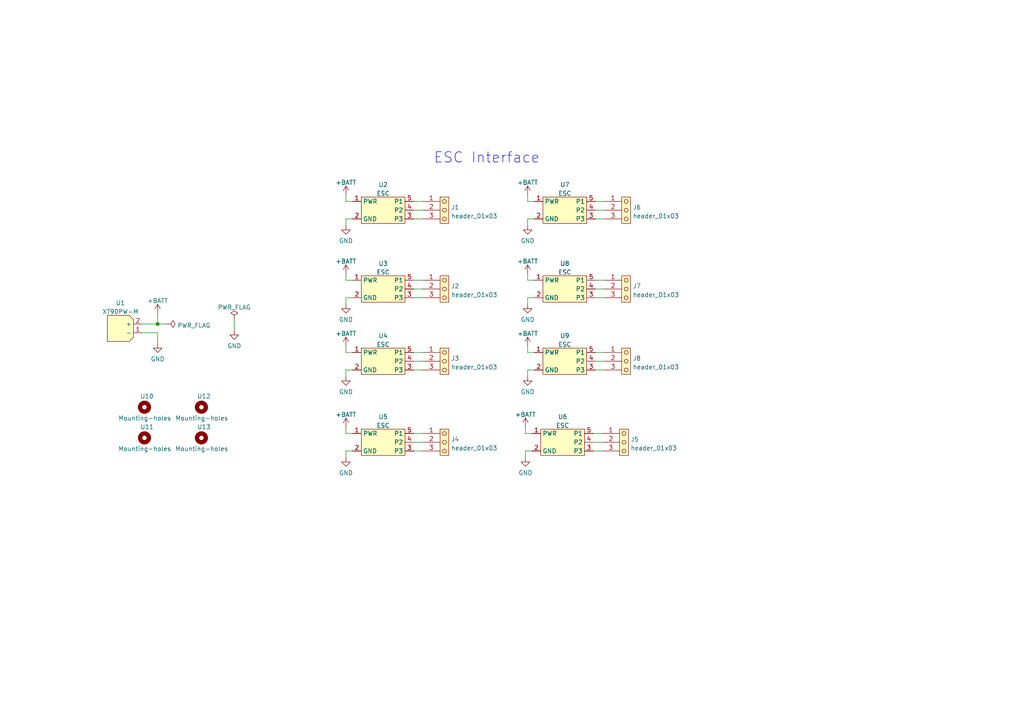
<source format=kicad_sch>
(kicad_sch (version 20211123) (generator eeschema)
  (paper "A4")
  (title_block (title "Onyx Unified ESC board") (date "2023-02-26") (rev "1.1") (company "Team Inspiration"))
  (lib_symbols
    (symbol "0.power-symbols:+BATT" (power) (pin_names (offset 0))
      (property "Value" "+BATT" (at 0 3.556 0))
      (symbol "+BATT_0_1"
        (polyline (pts (xy -0.762 1.27) (xy 0 2.54)))
        (polyline (pts (xy 0 0) (xy 0 2.54)))
        (polyline (pts (xy 0 2.54) (xy 0.762 1.27)))
      )
      (symbol "+BATT_1_1"
        (pin power_in line (at 0 0 90) (length 0) hide (name "+BATT") (number "1"))
      )
    )
    (symbol "0.power-symbols:GND" (power) (pin_names (offset 0))
      (property "Value" "GND" (at 0 -3.81 0))
      (symbol "GND_0_1"
        (polyline (pts (xy 0 0) (xy 0 -1.27) (xy 1.27 -1.27) (xy 0 -2.54) (xy -1.27 -1.27) (xy 0 -1.27)))
      )
      (symbol "GND_1_1"
        (pin power_in line (at 0 0 270) (length 0) hide (name "GND") (number "1"))
      )
    )
    (symbol "0.power-symbols:PWR_FLAG" (power) (pin_numbers hide) (pin_names (offset 0) hide)
      (property "Value" "PWR_FLAG" (at 0 3.81 0))
      (symbol "PWR_FLAG_0_0"
        (pin power_out line (at 0 0 90) (length 0) (name "pwr") (number "1"))
      )
      (symbol "PWR_FLAG_0_1"
        (polyline (pts (xy 0 0) (xy 0 1.27) (xy -1.016 1.905) (xy 0 2.54) (xy 1.016 1.905) (xy 0 1.27)))
      )
    )
    (symbol "1.semi.embedded:ESC"
      (property "Reference" "U" (at 0 3.81 0))
      (property "Value" "ESC" (at 0 1.27 0))
      (symbol "ESC_0_1"
        (rectangle (start -6.35 0) (end 6.35 -7.62) (fill (type background)))
      )
      (symbol "ESC_1_1"
        (pin power_in line (at -8.89 -1.27 0) (length 2.54) (name "PWR") (number "1"))
        (pin power_in line (at -8.89 -6.35 0) (length 2.54) (name "GND") (number "2"))
        (pin power_out line (at 8.89 -6.35 180) (length 2.54) (name "P3") (number "3"))
        (pin power_out line (at 8.89 -3.81 180) (length 2.54) (name "P2") (number "4"))
        (pin power_out line (at 8.89 -1.27 180) (length 2.54) (name "P1") (number "5"))
      )
    )
    (symbol "5.connector.interconnect:Mounting-holes"
      (property "Reference" "U" (at 0 5.08 0))
      (property "Value" "Mounting-holes" (at 0 3.81 0))
      (symbol "Mounting-holes_0_1"
        (circle (center 0 0) (radius 1.27) (stroke (width 1.27)))
      )
      (symbol "Mounting-holes_1_1"
        (pin no_connect line (at 2.54 0 180) (length 2.54) hide (name "") (number "1"))
      )
    )
    (symbol "5.connector.interconnect:XT90PW-M"
      (property "Reference" "U" (at 0 3.81 0))
      (property "Value" "XT90PW-M" (at 0 1.27 0))
      (symbol "XT90PW-M_0_1"
        (polyline (pts (xy 0 0) (xy 1.27 -1.27) (xy 1.27 -6.35) (xy 0 -7.62) (xy -6.35 -7.62) (xy -6.35 0) (xy 0 0)) (fill (type background)))
      )
      (symbol "XT90PW-M_1_1"
        (pin passive line (at 3.81 -5.08 180) (length 2.54) (name "-") (number "1"))
        (pin passive line (at 3.81 -2.54 180) (length 2.54) (name "+") (number "2"))
      )
    )
    (symbol "5.connector.interconnect:header_01x03" (pin_names (offset 1.016))
      (property "Reference" "J" (at 0 5.08 0))
      (property "Value" "header_01x03" (at 0 -5.08 0))
      (symbol "header_01x03_0_1"
        (circle (center 0 -2.54) (radius 0.5588))
        (circle (center 0 0) (radius 0.5588))
        (circle (center 0 2.54) (radius 0.5588))
        (rectangle (start 1.27 -3.81) (end -1.27 3.81) (fill (type background)))
      )
      (symbol "header_01x03_1_1"
        (pin passive line (at -6.35 2.54 0) (length 5.08) (name "~") (number "1"))
        (pin passive line (at -6.35 0 0) (length 5.08) (name "~") (number "2"))
        (pin passive line (at -6.35 -2.54 0) (length 5.08) (name "~") (number "3"))
      )
    )
  )
  (junction (at 45.72 93.98))
  (wire (pts (xy 120.015 63.5) (xy 122.555 63.5)))
  (wire (pts (xy 45.72 90.805) (xy 45.72 93.98)))
  (wire (pts (xy 45.72 96.52) (xy 41.275 96.52)))
  (wire (pts (xy 120.015 128.27) (xy 122.555 128.27)))
  (wire (pts (xy 153.035 56.515) (xy 153.035 58.42)))
  (wire (pts (xy 153.035 109.22) (xy 153.035 107.315)))
  (wire (pts (xy 153.035 81.28) (xy 154.94 81.28)))
  (wire (pts (xy 45.72 99.695) (xy 45.72 96.52)))
  (wire (pts (xy 100.33 79.375) (xy 100.33 81.28)))
  (wire (pts (xy 100.33 86.36) (xy 102.235 86.36)))
  (wire (pts (xy 100.33 125.73) (xy 102.235 125.73)))
  (wire (pts (xy 100.33 100.33) (xy 100.33 102.235)))
  (wire (pts (xy 100.33 81.28) (xy 102.235 81.28)))
  (wire (pts (xy 100.33 109.22) (xy 100.33 107.315)))
  (wire (pts (xy 172.72 83.82) (xy 175.26 83.82)))
  (wire (pts (xy 120.015 60.96) (xy 122.555 60.96)))
  (wire (pts (xy 120.015 58.42) (xy 122.555 58.42)))
  (wire (pts (xy 153.035 107.315) (xy 154.94 107.315)))
  (wire (pts (xy 172.72 63.5) (xy 175.26 63.5)))
  (wire (pts (xy 120.015 104.775) (xy 122.555 104.775)))
  (wire (pts (xy 152.4 125.73) (xy 154.305 125.73)))
  (wire (pts (xy 100.33 58.42) (xy 102.235 58.42)))
  (wire (pts (xy 100.33 65.405) (xy 100.33 63.5)))
  (wire (pts (xy 100.33 123.825) (xy 100.33 125.73)))
  (wire (pts (xy 120.015 83.82) (xy 122.555 83.82)))
  (wire (pts (xy 100.33 130.81) (xy 102.235 130.81)))
  (wire (pts (xy 172.72 58.42) (xy 175.26 58.42)))
  (wire (pts (xy 120.015 130.81) (xy 122.555 130.81)))
  (wire (pts (xy 172.72 104.775) (xy 175.26 104.775)))
  (wire (pts (xy 172.085 130.81) (xy 174.625 130.81)))
  (wire (pts (xy 100.33 107.315) (xy 102.235 107.315)))
  (wire (pts (xy 153.035 88.265) (xy 153.035 86.36)))
  (wire (pts (xy 153.035 102.235) (xy 154.94 102.235)))
  (wire (pts (xy 153.035 79.375) (xy 153.035 81.28)))
  (wire (pts (xy 172.72 81.28) (xy 175.26 81.28)))
  (wire (pts (xy 172.72 107.315) (xy 175.26 107.315)))
  (wire (pts (xy 120.015 125.73) (xy 122.555 125.73)))
  (wire (pts (xy 120.015 86.36) (xy 122.555 86.36)))
  (wire (pts (xy 100.33 88.265) (xy 100.33 86.36)))
  (wire (pts (xy 120.015 81.28) (xy 122.555 81.28)))
  (wire (pts (xy 172.085 128.27) (xy 174.625 128.27)))
  (wire (pts (xy 100.33 102.235) (xy 102.235 102.235)))
  (wire (pts (xy 120.015 102.235) (xy 122.555 102.235)))
  (wire (pts (xy 152.4 132.715) (xy 152.4 130.81)))
  (wire (pts (xy 172.085 125.73) (xy 174.625 125.73)))
  (wire (pts (xy 45.72 93.98) (xy 48.26 93.98)))
  (wire (pts (xy 172.72 60.96) (xy 175.26 60.96)))
  (wire (pts (xy 153.035 65.405) (xy 153.035 63.5)))
  (wire (pts (xy 153.035 86.36) (xy 154.94 86.36)))
  (wire (pts (xy 120.015 107.315) (xy 122.555 107.315)))
  (wire (pts (xy 172.72 86.36) (xy 175.26 86.36)))
  (wire (pts (xy 153.035 63.5) (xy 154.94 63.5)))
  (wire (pts (xy 172.72 102.235) (xy 175.26 102.235)))
  (wire (pts (xy 153.035 100.33) (xy 153.035 102.235)))
  (wire (pts (xy 152.4 123.825) (xy 152.4 125.73)))
  (wire (pts (xy 153.035 58.42) (xy 154.94 58.42)))
  (wire (pts (xy 100.33 63.5) (xy 102.235 63.5)))
  (wire (pts (xy 100.33 132.715) (xy 100.33 130.81)))
  (wire (pts (xy 152.4 130.81) (xy 154.305 130.81)))
  (wire (pts (xy 45.72 93.98) (xy 41.275 93.98)))
  (wire (pts (xy 67.945 92.71) (xy 67.945 95.885)))
  (wire (pts (xy 100.33 56.515) (xy 100.33 58.42)))
  (text "ESC Interface" (at 125.73 47.625 0) (effects (font (size 3 3)) (justify left bottom)))
  (symbol (lib_id "5.connector.interconnect:Mounting-holes") (at 41.91 127 0) (unit 1)
    (property "Reference" "U11" (at 40.64 123.825 0) (effects (justify left)))
    (property "Value" "Mounting-holes" (at 34.29 130.175 0) (effects (justify left)))
    (property "Footprint" "0_misc:plated_hole_3.0x3.6mm" (effects hide))
  )
  (symbol (lib_id "0.power-symbols:+BATT") (at 100.33 100.33 0) (unit 1)
    (property "Reference" "#PWR07" (effects hide))
    (property "Value" "+BATT" (at 100.33 96.7542 0))
  )
  (symbol (lib_id "5.connector.interconnect:header_01x03") (at 180.975 128.27 0) (unit 1)
    (property "Reference" "J5" (at 182.88 127.4353 0) (effects (justify left)))
    (property "Value" "header_01x03" (at 182.88 129.9722 0) (effects (justify left)))
    (property "Footprint" "5_Connectors_Molex:MegaF_RAH_Single_3x5.7mm" (effects hide))
  )
  (symbol (lib_id "0.power-symbols:GND") (at 152.4 132.715 0) (unit 1)
    (property "Reference" "#PWR012" (effects hide))
    (property "Value" "GND" (at 152.4 137.1584 0))
  )
  (symbol (lib_id "1.semi.embedded:ESC") (at 111.125 80.01 0) (unit 1)
    (property "Reference" "U3" (at 111.125 76.4372 0))
    (property "Value" "ESC" (at 111.125 78.9741 0))
    (property "Footprint" "hot_swap_footprints:esc" (effects hide))
  )
  (symbol (lib_id "1.semi.embedded:ESC") (at 111.125 100.965 0) (unit 1)
    (property "Reference" "U4" (at 111.125 97.3922 0))
    (property "Value" "ESC" (at 111.125 99.9291 0))
    (property "Footprint" "hot_swap_footprints:esc" (effects hide))
  )
  (symbol (lib_id "1.semi.embedded:ESC") (at 163.195 124.46 0) (unit 1)
    (property "Reference" "U6" (at 163.195 120.8872 0))
    (property "Value" "ESC" (at 163.195 123.4241 0))
    (property "Footprint" "hot_swap_footprints:esc" (effects hide))
  )
  (symbol (lib_id "0.power-symbols:GND") (at 100.33 132.715 0) (unit 1)
    (property "Reference" "#PWR010" (effects hide))
    (property "Value" "GND" (at 100.33 137.1584 0))
  )
  (symbol (lib_id "5.connector.interconnect:Mounting-holes") (at 58.42 127 0) (unit 1)
    (property "Reference" "U13" (at 57.15 123.825 0) (effects (justify left)))
    (property "Value" "Mounting-holes" (at 50.8 130.175 0) (effects (justify left)))
    (property "Footprint" "0_misc:plated_hole_3.0x3.6mm" (effects hide))
  )
  (symbol (lib_id "5.connector.interconnect:header_01x03") (at 128.905 60.96 0) (unit 1)
    (property "Reference" "J1" (at 130.81 60.1253 0) (effects (justify left)))
    (property "Value" "header_01x03" (at 130.81 62.6622 0) (effects (justify left)))
    (property "Footprint" "5_Connectors_Molex:MegaF_RAH_Single_3x5.7mm" (effects hide))
  )
  (symbol (lib_id "0.power-symbols:+BATT") (at 100.33 79.375 0) (unit 1)
    (property "Reference" "#PWR05" (effects hide))
    (property "Value" "+BATT" (at 100.33 75.7992 0))
  )
  (symbol (lib_id "0.power-symbols:PWR_FLAG") (at 48.26 93.98 270) (unit 1)
    (property "Reference" "#FLG02" (effects hide))
    (property "Value" "PWR_FLAG" (at 51.435 94.4138 90) (effects (justify left)))
  )
  (symbol (lib_id "0.power-symbols:+BATT") (at 100.33 123.825 0) (unit 1)
    (property "Reference" "#PWR09" (effects hide))
    (property "Value" "+BATT" (at 100.33 120.2492 0))
  )
  (symbol (lib_id "1.semi.embedded:ESC") (at 163.83 80.01 0) (unit 1)
    (property "Reference" "U8" (at 163.83 76.4372 0))
    (property "Value" "ESC" (at 163.83 78.9741 0))
    (property "Footprint" "hot_swap_footprints:esc" (effects hide))
  )
  (symbol (lib_id "5.connector.interconnect:Mounting-holes") (at 58.42 118.11 0) (unit 1)
    (property "Reference" "U12" (at 57.15 114.935 0) (effects (justify left)))
    (property "Value" "Mounting-holes" (at 50.8 121.285 0) (effects (justify left)))
    (property "Footprint" "0_misc:plated_hole_3.0x3.6mm" (effects hide))
  )
  (symbol (lib_id "0.power-symbols:+BATT") (at 100.33 56.515 0) (unit 1)
    (property "Reference" "#PWR03" (effects hide))
    (property "Value" "+BATT" (at 100.33 52.9392 0))
  )
  (symbol (lib_id "0.power-symbols:GND") (at 100.33 65.405 0) (unit 1)
    (property "Reference" "#PWR04" (effects hide))
    (property "Value" "GND" (at 100.33 69.8484 0))
  )
  (symbol (lib_id "5.connector.interconnect:XT90PW-M") (at 37.465 91.44 0) (unit 1)
    (property "Reference" "U1" (at 34.925 87.8672 0))
    (property "Value" "XT90PW-M" (at 34.925 90.4041 0))
    (property "Footprint" "5_Connectors_AMASS:AMASS_XT90PW-M_Horizontal" (effects hide))
  )
  (symbol (lib_id "0.power-symbols:GND") (at 100.33 88.265 0) (unit 1)
    (property "Reference" "#PWR06" (effects hide))
    (property "Value" "GND" (at 100.33 92.7084 0))
  )
  (symbol (lib_id "0.power-symbols:+BATT") (at 152.4 123.825 0) (unit 1)
    (property "Reference" "#PWR011" (effects hide))
    (property "Value" "+BATT" (at 152.4 120.2492 0))
  )
  (symbol (lib_id "5.connector.interconnect:header_01x03") (at 181.61 60.96 0) (unit 1)
    (property "Reference" "J6" (at 183.515 60.1253 0) (effects (justify left)))
    (property "Value" "header_01x03" (at 183.515 62.6622 0) (effects (justify left)))
    (property "Footprint" "5_Connectors_Molex:MegaF_RAH_Single_3x5.7mm" (effects hide))
  )
  (symbol (lib_id "1.semi.embedded:ESC") (at 163.83 100.965 0) (unit 1)
    (property "Reference" "U9" (at 163.83 97.3922 0))
    (property "Value" "ESC" (at 163.83 99.9291 0))
    (property "Footprint" "hot_swap_footprints:esc" (effects hide))
  )
  (symbol (lib_id "0.power-symbols:GND") (at 67.945 95.885 0) (unit 1)
    (property "Reference" "#PWR019" (effects hide))
    (property "Value" "GND" (at 67.945 100.3284 0))
  )
  (symbol (lib_id "5.connector.interconnect:header_01x03") (at 128.905 104.775 0) (unit 1)
    (property "Reference" "J3" (at 130.81 103.9403 0) (effects (justify left)))
    (property "Value" "header_01x03" (at 130.81 106.4772 0) (effects (justify left)))
    (property "Footprint" "5_Connectors_Molex:MegaF_RAH_Single_3x5.7mm" (effects hide))
  )
  (symbol (lib_id "1.semi.embedded:ESC") (at 111.125 57.15 0) (unit 1)
    (property "Reference" "U2" (at 111.125 53.5772 0))
    (property "Value" "ESC" (at 111.125 56.1141 0))
    (property "Footprint" "hot_swap_footprints:esc" (effects hide))
  )
  (symbol (lib_id "5.connector.interconnect:header_01x03") (at 181.61 83.82 0) (unit 1)
    (property "Reference" "J7" (at 183.515 82.9853 0) (effects (justify left)))
    (property "Value" "header_01x03" (at 183.515 85.5222 0) (effects (justify left)))
    (property "Footprint" "5_Connectors_Molex:MegaF_RAH_Single_3x5.7mm" (effects hide))
  )
  (symbol (lib_id "0.power-symbols:GND") (at 153.035 88.265 0) (unit 1)
    (property "Reference" "#PWR016" (effects hide))
    (property "Value" "GND" (at 153.035 92.7084 0))
  )
  (symbol (lib_id "0.power-symbols:GND") (at 100.33 109.22 0) (unit 1)
    (property "Reference" "#PWR08" (effects hide))
    (property "Value" "GND" (at 100.33 113.6634 0))
  )
  (symbol (lib_id "0.power-symbols:GND") (at 153.035 109.22 0) (unit 1)
    (property "Reference" "#PWR018" (effects hide))
    (property "Value" "GND" (at 153.035 113.6634 0))
  )
  (symbol (lib_id "5.connector.interconnect:header_01x03") (at 128.905 128.27 0) (unit 1)
    (property "Reference" "J4" (at 130.81 127.4353 0) (effects (justify left)))
    (property "Value" "header_01x03" (at 130.81 129.9722 0) (effects (justify left)))
    (property "Footprint" "5_Connectors_Molex:MegaF_RAH_Single_3x5.7mm" (effects hide))
  )
  (symbol (lib_id "0.power-symbols:GND") (at 45.72 99.695 0) (unit 1)
    (property "Reference" "#PWR02" (effects hide))
    (property "Value" "GND" (at 45.72 104.1384 0))
  )
  (symbol (lib_id "1.semi.embedded:ESC") (at 163.83 57.15 0) (unit 1)
    (property "Reference" "U7" (at 163.83 53.5772 0))
    (property "Value" "ESC" (at 163.83 56.1141 0))
    (property "Footprint" "hot_swap_footprints:esc" (effects hide))
  )
  (symbol (lib_id "0.power-symbols:PWR_FLAG") (at 67.945 92.71 0) (unit 1)
    (property "Reference" "#FLG01" (effects hide))
    (property "Value" "PWR_FLAG" (at 67.945 89.1342 0))
  )
  (symbol (lib_id "0.power-symbols:GND") (at 153.035 65.405 0) (unit 1)
    (property "Reference" "#PWR014" (effects hide))
    (property "Value" "GND" (at 153.035 69.8484 0))
  )
  (symbol (lib_id "0.power-symbols:+BATT") (at 153.035 100.33 0) (unit 1)
    (property "Reference" "#PWR017" (effects hide))
    (property "Value" "+BATT" (at 153.035 96.7542 0))
  )
  (symbol (lib_id "1.semi.embedded:ESC") (at 111.125 124.46 0) (unit 1)
    (property "Reference" "U5" (at 111.125 120.8872 0))
    (property "Value" "ESC" (at 111.125 123.4241 0))
    (property "Footprint" "hot_swap_footprints:esc" (effects hide))
  )
  (symbol (lib_id "0.power-symbols:+BATT") (at 45.72 90.805 0) (unit 1)
    (property "Reference" "#PWR01" (effects hide))
    (property "Value" "+BATT" (at 45.72 87.2292 0))
  )
  (symbol (lib_id "0.power-symbols:+BATT") (at 153.035 56.515 0) (unit 1)
    (property "Reference" "#PWR013" (effects hide))
    (property "Value" "+BATT" (at 153.035 52.9392 0))
  )
  (symbol (lib_id "5.connector.interconnect:header_01x03") (at 128.905 83.82 0) (unit 1)
    (property "Reference" "J2" (at 130.81 82.9853 0) (effects (justify left)))
    (property "Value" "header_01x03" (at 130.81 85.5222 0) (effects (justify left)))
    (property "Footprint" "5_Connectors_Molex:MegaF_RAH_Single_3x5.7mm" (effects hide))
  )
  (symbol (lib_id "0.power-symbols:+BATT") (at 153.035 79.375 0) (unit 1)
    (property "Reference" "#PWR015" (effects hide))
    (property "Value" "+BATT" (at 153.035 75.7992 0))
  )
  (symbol (lib_id "5.connector.interconnect:header_01x03") (at 181.61 104.775 0) (unit 1)
    (property "Reference" "J8" (at 183.515 103.9403 0) (effects (justify left)))
    (property "Value" "header_01x03" (at 183.515 106.4772 0) (effects (justify left)))
    (property "Footprint" "5_Connectors_Molex:MegaF_RAH_Single_3x5.7mm" (effects hide))
  )
  (symbol (lib_id "5.connector.interconnect:Mounting-holes") (at 41.91 118.11 0) (unit 1)
    (property "Reference" "U10" (at 40.64 114.935 0) (effects (justify left)))
    (property "Value" "Mounting-holes" (at 34.29 121.285 0) (effects (justify left)))
    (property "Footprint" "0_misc:plated_hole_3.0x3.6mm" (effects hide))
  )
)
</source>
